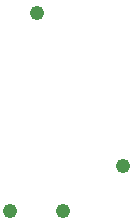
<source format=gbs>
G75*
%MOIN*%
%OFA0B0*%
%FSLAX25Y25*%
%IPPOS*%
%LPD*%
%AMOC8*
5,1,8,0,0,1.08239X$1,22.5*
%
%ADD10C,0.04800*%
D10*
X0027488Y0014566D03*
X0044988Y0014566D03*
X0064988Y0029566D03*
X0036238Y0080816D03*
M02*

</source>
